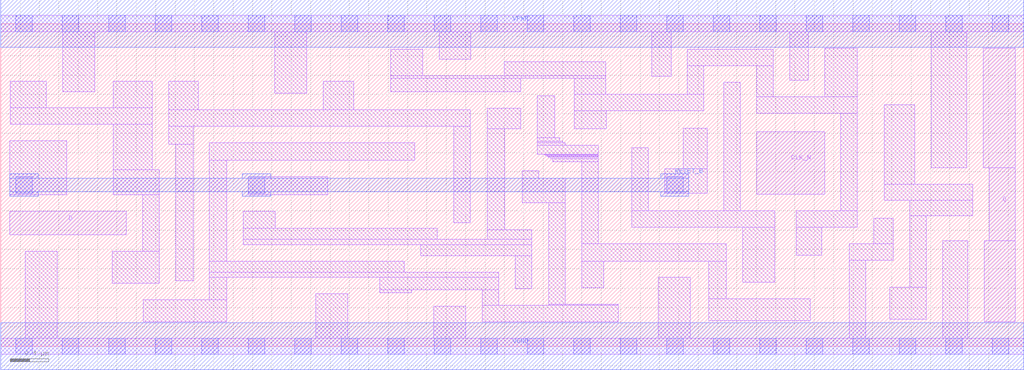
<source format=lef>
# Copyright 2020 The SkyWater PDK Authors
#
# Licensed under the Apache License, Version 2.0 (the "License");
# you may not use this file except in compliance with the License.
# You may obtain a copy of the License at
#
#     https://www.apache.org/licenses/LICENSE-2.0
#
# Unless required by applicable law or agreed to in writing, software
# distributed under the License is distributed on an "AS IS" BASIS,
# WITHOUT WARRANTIES OR CONDITIONS OF ANY KIND, either express or implied.
# See the License for the specific language governing permissions and
# limitations under the License.
#
# SPDX-License-Identifier: Apache-2.0

VERSION 5.7 ;
  NAMESCASESENSITIVE ON ;
  NOWIREEXTENSIONATPIN ON ;
  DIVIDERCHAR "/" ;
  BUSBITCHARS "[]" ;
UNITS
  DATABASE MICRONS 200 ;
END UNITS
MACRO sky130_fd_sc_lp__dfrtn_1
  CLASS CORE ;
  SOURCE USER ;
  FOREIGN sky130_fd_sc_lp__dfrtn_1 ;
  ORIGIN  0.000000  0.000000 ;
  SIZE  10.56000 BY  3.330000 ;
  SYMMETRY R90 ;
  SITE unit ;
  PIN D
    ANTENNAGATEAREA  0.126000 ;
    DIRECTION INPUT ;
    USE SIGNAL ;
    PORT
      LAYER li1 ;
        RECT 0.095000 1.150000 1.295000 1.395000 ;
    END
  END D
  PIN Q
    ANTENNADIFFAREA  0.556500 ;
    DIRECTION OUTPUT ;
    USE SIGNAL ;
    PORT
      LAYER li1 ;
        RECT 10.145000 1.845000 10.475000 3.075000 ;
        RECT 10.155000 0.255000 10.475000 1.090000 ;
        RECT 10.205000 1.090000 10.475000 1.845000 ;
    END
  END Q
  PIN RESET_B
    ANTENNAGATEAREA  0.378000 ;
    DIRECTION INPUT ;
    USE SIGNAL ;
    PORT
      LAYER met1 ;
        RECT 0.095000 1.550000 0.385000 1.595000 ;
        RECT 0.095000 1.595000 7.105000 1.735000 ;
        RECT 0.095000 1.735000 0.385000 1.780000 ;
        RECT 2.495000 1.550000 2.785000 1.595000 ;
        RECT 2.495000 1.735000 2.785000 1.780000 ;
        RECT 6.815000 1.550000 7.105000 1.595000 ;
        RECT 6.815000 1.735000 7.105000 1.780000 ;
    END
  END RESET_B
  PIN CLK_N
    ANTENNAGATEAREA  0.159000 ;
    DIRECTION INPUT ;
    USE CLOCK ;
    PORT
      LAYER li1 ;
        RECT 7.805000 1.570000 8.505000 2.215000 ;
    END
  END CLK_N
  PIN VGND
    DIRECTION INOUT ;
    USE GROUND ;
    PORT
      LAYER met1 ;
        RECT 0.000000 -0.245000 10.560000 0.245000 ;
    END
  END VGND
  PIN VPWR
    DIRECTION INOUT ;
    USE POWER ;
    PORT
      LAYER met1 ;
        RECT 0.000000 3.085000 10.560000 3.575000 ;
    END
  END VPWR
  OBS
    LAYER li1 ;
      RECT 0.000000 -0.085000 10.560000 0.085000 ;
      RECT 0.000000  3.245000 10.560000 3.415000 ;
      RECT 0.095000  1.565000  0.680000 2.120000 ;
      RECT 0.100000  2.290000  1.565000 2.460000 ;
      RECT 0.100000  2.460000  0.470000 2.735000 ;
      RECT 0.255000  0.085000  0.585000 0.980000 ;
      RECT 0.640000  2.630000  0.970000 3.245000 ;
      RECT 1.150000  0.650000  1.635000 0.980000 ;
      RECT 1.160000  1.565000  1.635000 1.820000 ;
      RECT 1.160000  1.820000  1.565000 2.290000 ;
      RECT 1.160000  2.460000  1.565000 2.735000 ;
      RECT 1.465000  0.980000  1.635000 1.565000 ;
      RECT 1.470000  0.255000  2.335000 0.480000 ;
      RECT 1.735000  2.085000  1.985000 2.270000 ;
      RECT 1.735000  2.270000  4.845000 2.440000 ;
      RECT 1.735000  2.440000  2.040000 2.735000 ;
      RECT 1.805000  0.675000  1.985000 2.085000 ;
      RECT 2.155000  0.480000  2.335000 0.710000 ;
      RECT 2.155000  0.710000  5.140000 0.765000 ;
      RECT 2.155000  0.765000  4.165000 0.880000 ;
      RECT 2.155000  0.880000  2.335000 1.920000 ;
      RECT 2.155000  1.920000  4.275000 2.100000 ;
      RECT 2.505000  1.050000  5.480000 1.105000 ;
      RECT 2.505000  1.105000  4.505000 1.220000 ;
      RECT 2.505000  1.220000  2.835000 1.395000 ;
      RECT 2.555000  1.565000  3.375000 1.750000 ;
      RECT 2.830000  2.610000  3.160000 3.245000 ;
      RECT 3.250000  0.085000  3.580000 0.540000 ;
      RECT 3.330000  2.440000  3.645000 2.735000 ;
      RECT 3.915000  0.550000  4.245000 0.585000 ;
      RECT 3.915000  0.585000  5.140000 0.710000 ;
      RECT 4.025000  2.625000  5.370000 2.765000 ;
      RECT 4.025000  2.765000  6.245000 2.795000 ;
      RECT 4.025000  2.795000  4.355000 3.065000 ;
      RECT 4.335000  0.935000  5.480000 1.050000 ;
      RECT 4.470000  0.085000  4.800000 0.415000 ;
      RECT 4.525000  2.965000  4.855000 3.245000 ;
      RECT 4.675000  1.275000  4.845000 2.270000 ;
      RECT 4.970000  0.255000  6.375000 0.425000 ;
      RECT 4.970000  0.425000  5.140000 0.585000 ;
      RECT 5.025000  1.105000  5.480000 1.205000 ;
      RECT 5.025000  1.205000  5.205000 2.245000 ;
      RECT 5.025000  2.245000  5.370000 2.455000 ;
      RECT 5.200000  2.795000  6.245000 2.935000 ;
      RECT 5.310000  0.595000  5.480000 0.935000 ;
      RECT 5.385000  1.480000  5.830000 1.735000 ;
      RECT 5.385000  1.735000  5.555000 1.810000 ;
      RECT 5.540000  1.980000  6.170000 2.075000 ;
      RECT 5.540000  2.075000  5.830000 2.100000 ;
      RECT 5.540000  2.100000  5.800000 2.115000 ;
      RECT 5.540000  2.115000  5.770000 2.155000 ;
      RECT 5.540000  2.155000  5.720000 2.585000 ;
      RECT 5.610000  1.975000  6.170000 1.980000 ;
      RECT 5.625000  1.965000  6.170000 1.975000 ;
      RECT 5.640000  1.960000  6.170000 1.965000 ;
      RECT 5.655000  1.950000  6.170000 1.960000 ;
      RECT 5.660000  0.425000  6.375000 0.435000 ;
      RECT 5.660000  0.435000  5.830000 1.480000 ;
      RECT 5.680000  1.935000  6.170000 1.950000 ;
      RECT 5.700000  1.905000  6.170000 1.935000 ;
      RECT 5.920000  2.245000  6.250000 2.430000 ;
      RECT 5.920000  2.430000  7.260000 2.600000 ;
      RECT 5.920000  2.600000  6.245000 2.765000 ;
      RECT 6.000000  0.605000  6.225000 0.880000 ;
      RECT 6.000000  0.880000  7.490000 1.060000 ;
      RECT 6.000000  1.060000  6.170000 1.905000 ;
      RECT 6.515000  1.230000  7.990000 1.400000 ;
      RECT 6.515000  1.400000  6.685000 2.050000 ;
      RECT 6.720000  2.785000  6.920000 3.245000 ;
      RECT 6.790000  0.085000  7.120000 0.710000 ;
      RECT 6.855000  1.580000  7.295000 1.835000 ;
      RECT 7.045000  1.835000  7.295000 2.250000 ;
      RECT 7.090000  2.600000  7.260000 2.895000 ;
      RECT 7.090000  2.895000  7.975000 3.065000 ;
      RECT 7.310000  0.265000  8.360000 0.490000 ;
      RECT 7.310000  0.490000  7.490000 0.880000 ;
      RECT 7.465000  1.400000  7.635000 2.725000 ;
      RECT 7.660000  0.660000  7.990000 1.230000 ;
      RECT 7.805000  2.405000  8.845000 2.575000 ;
      RECT 7.805000  2.575000  7.975000 2.895000 ;
      RECT 8.145000  2.745000  8.335000 3.245000 ;
      RECT 8.215000  0.940000  8.475000 1.230000 ;
      RECT 8.215000  1.230000  8.845000 1.400000 ;
      RECT 8.505000  2.575000  8.845000 3.075000 ;
      RECT 8.675000  1.400000  8.845000 2.405000 ;
      RECT 8.760000  0.085000  8.930000 0.890000 ;
      RECT 8.760000  0.890000  9.215000 1.060000 ;
      RECT 9.015000  1.060000  9.215000 1.320000 ;
      RECT 9.120000  1.505000 10.035000 1.675000 ;
      RECT 9.120000  1.675000  9.435000 2.495000 ;
      RECT 9.180000  0.280000  9.555000 0.610000 ;
      RECT 9.385000  0.610000  9.555000 1.345000 ;
      RECT 9.385000  1.345000 10.035000 1.505000 ;
      RECT 9.605000  1.845000  9.975000 3.245000 ;
      RECT 9.725000  0.085000  9.985000 1.090000 ;
    LAYER mcon ;
      RECT  0.155000 -0.085000  0.325000 0.085000 ;
      RECT  0.155000  1.580000  0.325000 1.750000 ;
      RECT  0.155000  3.245000  0.325000 3.415000 ;
      RECT  0.635000 -0.085000  0.805000 0.085000 ;
      RECT  0.635000  3.245000  0.805000 3.415000 ;
      RECT  1.115000 -0.085000  1.285000 0.085000 ;
      RECT  1.115000  3.245000  1.285000 3.415000 ;
      RECT  1.595000 -0.085000  1.765000 0.085000 ;
      RECT  1.595000  3.245000  1.765000 3.415000 ;
      RECT  2.075000 -0.085000  2.245000 0.085000 ;
      RECT  2.075000  3.245000  2.245000 3.415000 ;
      RECT  2.555000 -0.085000  2.725000 0.085000 ;
      RECT  2.555000  1.580000  2.725000 1.750000 ;
      RECT  2.555000  3.245000  2.725000 3.415000 ;
      RECT  3.035000 -0.085000  3.205000 0.085000 ;
      RECT  3.035000  3.245000  3.205000 3.415000 ;
      RECT  3.515000 -0.085000  3.685000 0.085000 ;
      RECT  3.515000  3.245000  3.685000 3.415000 ;
      RECT  3.995000 -0.085000  4.165000 0.085000 ;
      RECT  3.995000  3.245000  4.165000 3.415000 ;
      RECT  4.475000 -0.085000  4.645000 0.085000 ;
      RECT  4.475000  3.245000  4.645000 3.415000 ;
      RECT  4.955000 -0.085000  5.125000 0.085000 ;
      RECT  4.955000  3.245000  5.125000 3.415000 ;
      RECT  5.435000 -0.085000  5.605000 0.085000 ;
      RECT  5.435000  3.245000  5.605000 3.415000 ;
      RECT  5.915000 -0.085000  6.085000 0.085000 ;
      RECT  5.915000  3.245000  6.085000 3.415000 ;
      RECT  6.395000 -0.085000  6.565000 0.085000 ;
      RECT  6.395000  3.245000  6.565000 3.415000 ;
      RECT  6.875000 -0.085000  7.045000 0.085000 ;
      RECT  6.875000  1.580000  7.045000 1.750000 ;
      RECT  6.875000  3.245000  7.045000 3.415000 ;
      RECT  7.355000 -0.085000  7.525000 0.085000 ;
      RECT  7.355000  3.245000  7.525000 3.415000 ;
      RECT  7.835000 -0.085000  8.005000 0.085000 ;
      RECT  7.835000  3.245000  8.005000 3.415000 ;
      RECT  8.315000 -0.085000  8.485000 0.085000 ;
      RECT  8.315000  3.245000  8.485000 3.415000 ;
      RECT  8.795000 -0.085000  8.965000 0.085000 ;
      RECT  8.795000  3.245000  8.965000 3.415000 ;
      RECT  9.275000 -0.085000  9.445000 0.085000 ;
      RECT  9.275000  3.245000  9.445000 3.415000 ;
      RECT  9.755000 -0.085000  9.925000 0.085000 ;
      RECT  9.755000  3.245000  9.925000 3.415000 ;
      RECT 10.235000 -0.085000 10.405000 0.085000 ;
      RECT 10.235000  3.245000 10.405000 3.415000 ;
  END
END sky130_fd_sc_lp__dfrtn_1
END LIBRARY

</source>
